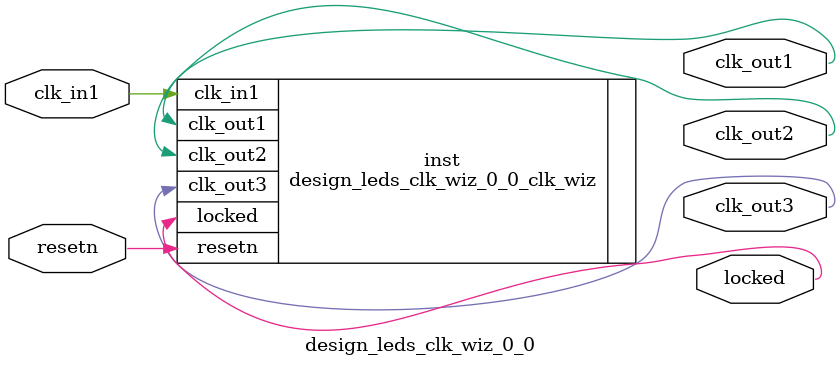
<source format=v>


`timescale 1ps/1ps

(* CORE_GENERATION_INFO = "design_leds_clk_wiz_0_0,clk_wiz_v6_0_11_0_0,{component_name=design_leds_clk_wiz_0_0,use_phase_alignment=false,use_min_o_jitter=false,use_max_i_jitter=false,use_dyn_phase_shift=false,use_inclk_switchover=false,use_dyn_reconfig=false,enable_axi=0,feedback_source=FDBK_AUTO,PRIMITIVE=MMCM,num_out_clk=3,clkin1_period=10.000,clkin2_period=10.000,use_power_down=false,use_reset=true,use_locked=true,use_inclk_stopped=false,feedback_type=SINGLE,CLOCK_MGR_TYPE=NA,manual_override=false}" *)

module design_leds_clk_wiz_0_0 
 (
  // Clock out ports
  output        clk_out1,
  output        clk_out2,
  output        clk_out3,
  // Status and control signals
  input         resetn,
  output        locked,
 // Clock in ports
  input         clk_in1
 );

  design_leds_clk_wiz_0_0_clk_wiz inst
  (
  // Clock out ports  
  .clk_out1(clk_out1),
  .clk_out2(clk_out2),
  .clk_out3(clk_out3),
  // Status and control signals               
  .resetn(resetn), 
  .locked(locked),
 // Clock in ports
  .clk_in1(clk_in1)
  );

endmodule

</source>
